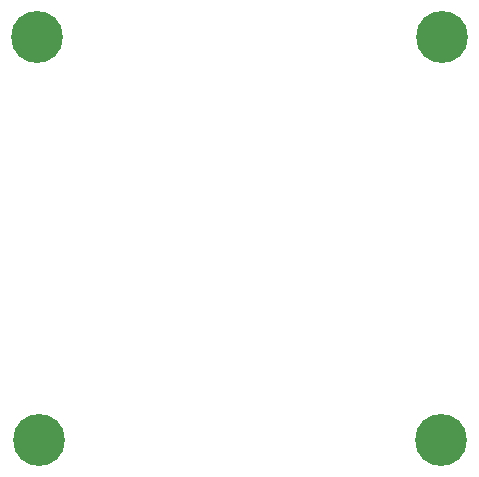
<source format=gbr>
%TF.GenerationSoftware,KiCad,Pcbnew,5.1.10-88a1d61d58~88~ubuntu18.04.1*%
%TF.CreationDate,2021-08-08T17:29:49+07:00*%
%TF.ProjectId,AETINA_ACCS3-STD-AN00-TEKNIQUE_OCLEA_OS08A20-ADAPTER,41455449-4e41-45f4-9143-4353332d5354,rev?*%
%TF.SameCoordinates,Original*%
%TF.FileFunction,Soldermask,Bot*%
%TF.FilePolarity,Negative*%
%FSLAX46Y46*%
G04 Gerber Fmt 4.6, Leading zero omitted, Abs format (unit mm)*
G04 Created by KiCad (PCBNEW 5.1.10-88a1d61d58~88~ubuntu18.04.1) date 2021-08-08 17:29:49*
%MOMM*%
%LPD*%
G01*
G04 APERTURE LIST*
%ADD10C,4.400000*%
G04 APERTURE END LIST*
D10*
%TO.C,H4*%
X139646660Y-79181960D03*
%TD*%
%TO.C,H3*%
X139552680Y-113235740D03*
%TD*%
%TO.C,H2*%
X105514140Y-113238280D03*
%TD*%
%TO.C,H1*%
X105389680Y-79164180D03*
%TD*%
M02*

</source>
